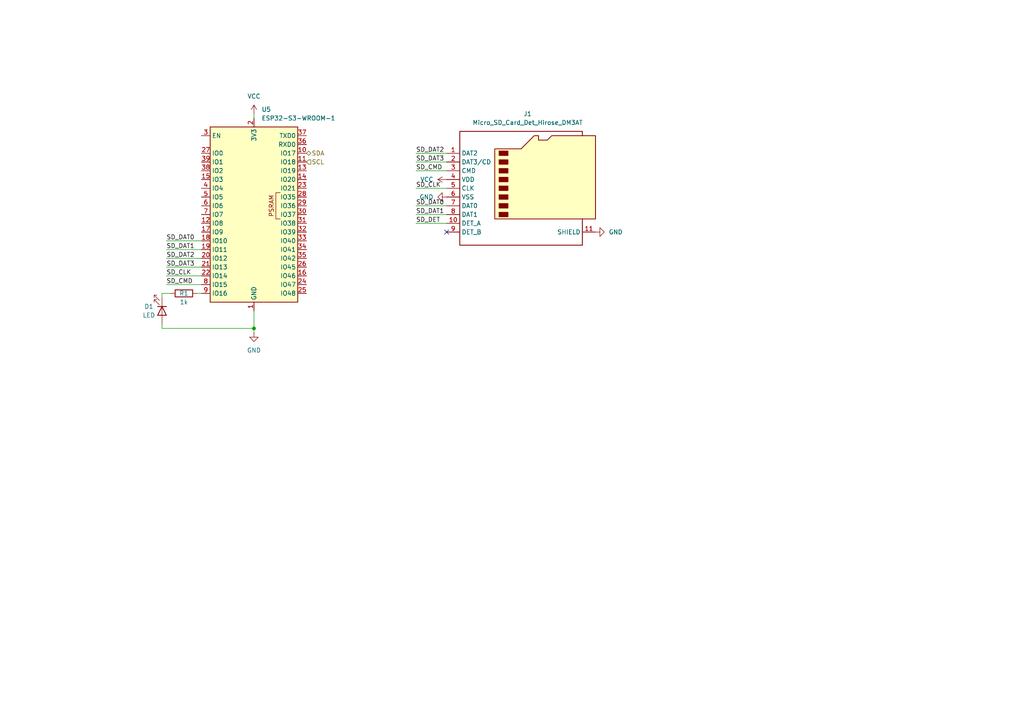
<source format=kicad_sch>
(kicad_sch (version 20230121) (generator eeschema)
  (paper "A4")
  (lib_symbols
    (symbol "Connector:Micro_SD_Card_Det_Hirose_DM3AT"
      (property "Reference" "J" (at -16.51 17.78 0))
      (property "Value" "Micro_SD_Card_Det_Hirose_DM3AT" (at 16.51 17.78 0))
      (symbol "Micro_SD_Card_Det_Hirose_DM3AT_0_1"
        (rectangle (start -7.62 -6.985) (end -5.08 -8.255) (stroke (width 0.254)) (fill (type outline)))
        (rectangle (start -7.62 -4.445) (end -5.08 -5.715) (stroke (width 0.254)) (fill (type outline)))
        (rectangle (start -7.62 -1.905) (end -5.08 -3.175) (stroke (width 0.254)) (fill (type outline)))
        (rectangle (start -7.62 0.635) (end -5.08 -0.635) (stroke (width 0.254)) (fill (type outline)))
        (rectangle (start -7.62 3.175) (end -5.08 1.905) (stroke (width 0.254)) (fill (type outline)))
        (rectangle (start -7.62 5.715) (end -5.08 4.445) (stroke (width 0.254)) (fill (type outline)))
        (rectangle (start -7.62 8.255) (end -5.08 6.985) (stroke (width 0.254)) (fill (type outline)))
        (rectangle (start -7.62 10.795) (end -5.08 9.525) (stroke (width 0.254)) (fill (type outline)))
        (polyline (pts (xy 16.51 15.24) (xy 16.51 16.51) (xy -19.05 16.51) (xy -19.05 -16.51) (xy 16.51 -16.51) (xy 16.51 -8.89)) (stroke (width 0.254)))
        (polyline (pts (xy -8.89 -8.89) (xy -8.89 11.43) (xy -1.27 11.43) (xy 2.54 15.24) (xy 3.81 15.24) (xy 3.81 13.97) (xy 6.35 13.97) (xy 7.62 15.24) (xy 20.32 15.24) (xy 20.32 -8.89) (xy -8.89 -8.89)) (stroke (width 0.254)) (fill (type background)))
      )
      (symbol "Micro_SD_Card_Det_Hirose_DM3AT_1_1"
        (pin bidirectional line (at -22.86 10.16 0) (length 3.81) (name "DAT2") (number "1"))
        (pin passive line (at -22.86 -10.16 0) (length 3.81) (name "DET_A") (number "10"))
        (pin passive line (at 20.32 -12.7 180) (length 3.81) (name "SHIELD") (number "11"))
        (pin bidirectional line (at -22.86 7.62 0) (length 3.81) (name "DAT3/CD") (number "2"))
        (pin input line (at -22.86 5.08 0) (length 3.81) (name "CMD") (number "3"))
        (pin power_in line (at -22.86 2.54 0) (length 3.81) (name "VDD") (number "4"))
        (pin input line (at -22.86 0 0) (length 3.81) (name "CLK") (number "5"))
        (pin power_in line (at -22.86 -2.54 0) (length 3.81) (name "VSS") (number "6"))
        (pin bidirectional line (at -22.86 -5.08 0) (length 3.81) (name "DAT0") (number "7"))
        (pin bidirectional line (at -22.86 -7.62 0) (length 3.81) (name "DAT1") (number "8"))
        (pin passive line (at -22.86 -12.7 0) (length 3.81) (name "DET_B") (number "9"))
      )
    )
    (symbol "Device:LED" (pin_numbers hide) (pin_names (offset 1.016) hide)
      (property "Reference" "D" (at 0 2.54 0))
      (property "Value" "LED" (at 0 -2.54 0))
      (symbol "LED_0_1"
        (polyline (pts (xy -1.27 -1.27) (xy -1.27 1.27)) (stroke (width 0.254)))
        (polyline (pts (xy -1.27 0) (xy 1.27 0)))
        (polyline (pts (xy 1.27 -1.27) (xy 1.27 1.27) (xy -1.27 0) (xy 1.27 -1.27)) (stroke (width 0.254)))
        (polyline (pts (xy -3.048 -0.762) (xy -4.572 -2.286) (xy -3.81 -2.286) (xy -4.572 -2.286) (xy -4.572 -1.524)))
        (polyline (pts (xy -1.778 -0.762) (xy -3.302 -2.286) (xy -2.54 -2.286) (xy -3.302 -2.286) (xy -3.302 -1.524)))
      )
      (symbol "LED_1_1"
        (pin passive line (at -3.81 0 0) (length 2.54) (name "K") (number "1"))
        (pin passive line (at 3.81 0 180) (length 2.54) (name "A") (number "2"))
      )
    )
    (symbol "Device:R" (pin_numbers hide) (pin_names (offset 0))
      (property "Reference" "R" (at 2.032 0 90))
      (property "Value" "R" (at 0 0 90))
      (symbol "R_0_1"
        (rectangle (start -1.016 -2.54) (end 1.016 2.54) (stroke (width 0.254)))
      )
      (symbol "R_1_1"
        (pin passive line (at 0 3.81 270) (length 1.27) (name "~") (number "1"))
        (pin passive line (at 0 -3.81 90) (length 1.27) (name "~") (number "2"))
      )
    )
    (symbol "RF_Module:ESP32-S3-WROOM-1"
      (property "Reference" "U" (at -12.7 26.67 0))
      (property "Value" "ESP32-S3-WROOM-1" (at 12.7 26.67 0))
      (symbol "ESP32-S3-WROOM-1_0_0"
        (rectangle (start -12.7 25.4) (end 12.7 -25.4) (stroke (width 0.254)) (fill (type background)))
        (text "PSRAM" (at 5.08 2.54 900) (effects (font (size 1.27 1.27))))
      )
      (symbol "ESP32-S3-WROOM-1_0_1"
        (polyline (pts (xy 7.62 -1.27) (xy 6.35 -1.27) (xy 6.35 6.35) (xy 7.62 6.35)))
      )
      (symbol "ESP32-S3-WROOM-1_1_1"
        (pin power_in line (at 0 -27.94 90) (length 2.54) (name "GND") (number "1"))
        (pin bidirectional line (at 15.24 17.78 180) (length 2.54) (name "IO17") (number "10"))
        (pin bidirectional line (at 15.24 15.24 180) (length 2.54) (name "IO18") (number "11"))
        (pin bidirectional line (at -15.24 -2.54 0) (length 2.54) (name "IO8") (number "12"))
        (pin bidirectional line (at 15.24 12.7 180) (length 2.54) (name "IO19") (number "13"))
        (pin bidirectional line (at 15.24 10.16 180) (length 2.54) (name "IO20") (number "14"))
        (pin bidirectional line (at -15.24 10.16 0) (length 2.54) (name "IO3") (number "15"))
        (pin bidirectional line (at 15.24 -17.78 180) (length 2.54) (name "IO46") (number "16"))
        (pin bidirectional line (at -15.24 -5.08 0) (length 2.54) (name "IO9") (number "17"))
        (pin bidirectional line (at -15.24 -7.62 0) (length 2.54) (name "IO10") (number "18"))
        (pin bidirectional line (at -15.24 -10.16 0) (length 2.54) (name "IO11") (number "19"))
        (pin power_in line (at 0 27.94 270) (length 2.54) (name "3V3") (number "2"))
        (pin bidirectional line (at -15.24 -12.7 0) (length 2.54) (name "IO12") (number "20"))
        (pin bidirectional line (at -15.24 -15.24 0) (length 2.54) (name "IO13") (number "21"))
        (pin bidirectional line (at -15.24 -17.78 0) (length 2.54) (name "IO14") (number "22"))
        (pin bidirectional line (at 15.24 7.62 180) (length 2.54) (name "IO21") (number "23"))
        (pin bidirectional line (at 15.24 -20.32 180) (length 2.54) (name "IO47") (number "24"))
        (pin bidirectional line (at 15.24 -22.86 180) (length 2.54) (name "IO48") (number "25"))
        (pin bidirectional line (at 15.24 -15.24 180) (length 2.54) (name "IO45") (number "26"))
        (pin bidirectional line (at -15.24 17.78 0) (length 2.54) (name "IO0") (number "27"))
        (pin bidirectional line (at 15.24 5.08 180) (length 2.54) (name "IO35") (number "28"))
        (pin bidirectional line (at 15.24 2.54 180) (length 2.54) (name "IO36") (number "29"))
        (pin input line (at -15.24 22.86 0) (length 2.54) (name "EN") (number "3"))
        (pin bidirectional line (at 15.24 0 180) (length 2.54) (name "IO37") (number "30"))
        (pin bidirectional line (at 15.24 -2.54 180) (length 2.54) (name "IO38") (number "31"))
        (pin bidirectional line (at 15.24 -5.08 180) (length 2.54) (name "IO39") (number "32"))
        (pin bidirectional line (at 15.24 -7.62 180) (length 2.54) (name "IO40") (number "33"))
        (pin bidirectional line (at 15.24 -10.16 180) (length 2.54) (name "IO41") (number "34"))
        (pin bidirectional line (at 15.24 -12.7 180) (length 2.54) (name "IO42") (number "35"))
        (pin bidirectional line (at 15.24 20.32 180) (length 2.54) (name "RXD0") (number "36"))
        (pin bidirectional line (at 15.24 22.86 180) (length 2.54) (name "TXD0") (number "37"))
        (pin bidirectional line (at -15.24 12.7 0) (length 2.54) (name "IO2") (number "38"))
        (pin bidirectional line (at -15.24 15.24 0) (length 2.54) (name "IO1") (number "39"))
        (pin bidirectional line (at -15.24 7.62 0) (length 2.54) (name "IO4") (number "4"))
        (pin passive line (at 0 -27.94 90) (length 2.54) hide (name "GND") (number "40"))
        (pin passive line (at 0 -27.94 90) (length 2.54) hide (name "GND") (number "41"))
        (pin bidirectional line (at -15.24 5.08 0) (length 2.54) (name "IO5") (number "5"))
        (pin bidirectional line (at -15.24 2.54 0) (length 2.54) (name "IO6") (number "6"))
        (pin bidirectional line (at -15.24 0 0) (length 2.54) (name "IO7") (number "7"))
        (pin bidirectional line (at -15.24 -20.32 0) (length 2.54) (name "IO15") (number "8"))
        (pin bidirectional line (at -15.24 -22.86 0) (length 2.54) (name "IO16") (number "9"))
      )
    )
    (symbol "power:GND" (power) (pin_names (offset 0))
      (property "Value" "GND" (at 0 -3.81 0))
      (symbol "GND_0_1"
        (polyline (pts (xy 0 0) (xy 0 -1.27) (xy 1.27 -1.27) (xy 0 -2.54) (xy -1.27 -1.27) (xy 0 -1.27)))
      )
      (symbol "GND_1_1"
        (pin power_in line (at 0 0 270) (length 0) hide (name "GND") (number "1"))
      )
    )
    (symbol "power:VCC" (power) (pin_names (offset 0))
      (property "Value" "VCC" (at 0 3.81 0))
      (symbol "VCC_0_1"
        (polyline (pts (xy -0.762 1.27) (xy 0 2.54)))
        (polyline (pts (xy 0 0) (xy 0 2.54)))
        (polyline (pts (xy 0 2.54) (xy 0.762 1.27)))
      )
      (symbol "VCC_1_1"
        (pin power_in line (at 0 0 90) (length 0) hide (name "VCC") (number "1"))
      )
    )
  )
  (junction (at 73.66 95.25))
  (no_connect (at 129.54 67.31))
  (wire (pts (xy 73.66 33.02) (xy 73.66 34.29)))
  (wire (pts (xy 73.66 90.17) (xy 73.66 95.25)))
  (wire (pts (xy 120.65 44.45) (xy 129.54 44.45)))
  (wire (pts (xy 120.65 59.69) (xy 129.54 59.69)))
  (wire (pts (xy 48.26 74.93) (xy 58.42 74.93)))
  (wire (pts (xy 48.26 72.39) (xy 58.42 72.39)))
  (wire (pts (xy 120.65 46.99) (xy 129.54 46.99)))
  (wire (pts (xy 48.26 77.47) (xy 58.42 77.47)))
  (wire (pts (xy 120.65 62.23) (xy 129.54 62.23)))
  (wire (pts (xy 57.15 85.09) (xy 58.42 85.09)))
  (wire (pts (xy 46.99 85.09) (xy 49.53 85.09)))
  (wire (pts (xy 48.26 69.85) (xy 58.42 69.85)))
  (wire (pts (xy 46.99 95.25) (xy 73.66 95.25)))
  (wire (pts (xy 48.26 80.01) (xy 58.42 80.01)))
  (wire (pts (xy 73.66 95.25) (xy 73.66 96.52)))
  (wire (pts (xy 48.26 82.55) (xy 58.42 82.55)))
  (wire (pts (xy 120.65 54.61) (xy 129.54 54.61)))
  (wire (pts (xy 120.65 64.77) (xy 129.54 64.77)))
  (wire (pts (xy 46.99 86.36) (xy 46.99 85.09)))
  (wire (pts (xy 120.65 49.53) (xy 129.54 49.53)))
  (wire (pts (xy 46.99 93.98) (xy 46.99 95.25)))
  (label "SD_DAT1" (at 48.26 72.39 0))
  (label "SD_DAT0" (at 48.26 69.85 0))
  (label "SD_DAT2" (at 120.65 44.45 0))
  (label "SD_CLK" (at 120.65 54.61 0))
  (label "SD_CMD" (at 48.26 82.55 0))
  (label "SD_DAT1" (at 120.65 62.23 0))
  (label "SD_CLK" (at 48.26 80.01 0))
  (label "SD_CMD" (at 120.65 49.53 0))
  (label "SD_DAT0" (at 120.65 59.69 0))
  (label "SD_DAT3" (at 120.65 46.99 0))
  (label "SD_DET" (at 120.65 64.77 0))
  (label "SD_DAT2" (at 48.26 74.93 0))
  (label "SD_DAT3" (at 48.26 77.47 0))
  (hierarchical_label "SCL" (shape input) (at 88.9 46.99 0))
  (hierarchical_label "SDA" (shape bidirectional) (at 88.9 44.45 0))
  (symbol (lib_id "power:GND") (at 73.66 96.52 0) (unit 1)
    (property "Reference" "#PWR02" (effects hide))
    (property "Value" "GND" (at 73.66 101.6 0))
  )
  (symbol (lib_id "power:GND") (at 172.72 67.31 90) (unit 1)
    (property "Reference" "#PWR05" (effects hide))
    (property "Value" "GND" (at 176.53 67.31 90) (effects (justify right)))
  )
  (symbol (lib_id "power:VCC") (at 129.54 52.07 90) (unit 1)
    (property "Reference" "#PWR03" (effects hide))
    (property "Value" "VCC" (at 125.73 52.07 90) (effects (justify left)))
  )
  (symbol (lib_id "Connector:Micro_SD_Card_Det_Hirose_DM3AT") (at 152.4 54.61 0) (unit 1)
    (property "Reference" "J1" (at 153.035 33.02 0))
    (property "Value" "Micro_SD_Card_Det_Hirose_DM3AT" (at 153.035 35.56 0))
    (property "Footprint" "Connector_Card:microSD_HC_Molex_104031-0811" (effects hide))
    (property "Datasheet" "https://www.hirose.com/product/en/download_file/key_name/DM3/category/Catalog/doc_file_id/49662/?file_category_id=4&item_id=195&is_series=1" (effects hide))
  )
  (symbol (lib_id "power:GND") (at 129.54 57.15 270) (unit 1)
    (property "Reference" "#PWR04" (effects hide))
    (property "Value" "GND" (at 125.73 57.15 90) (effects (justify right)))
  )
  (symbol (lib_id "Device:R") (at 53.34 85.09 90) (unit 1)
    (property "Reference" "R1" (at 53.34 85.09 90))
    (property "Value" "1k" (at 53.34 87.63 90))
    (property "Footprint" "Resistor_SMD:R_0201_0603Metric" (effects hide))
  )
  (symbol (lib_id "power:VCC") (at 73.66 33.02 0) (unit 1)
    (property "Reference" "#PWR01" (effects hide))
    (property "Value" "VCC" (at 73.66 27.94 0))
  )
  (symbol (lib_id "Device:LED") (at 46.99 90.17 270) (unit 1)
    (property "Reference" "D1" (at 43.18 88.9 90))
    (property "Value" "LED" (at 43.18 91.44 90))
    (property "Footprint" "LED_SMD:LED_0603_1608Metric" (effects hide))
  )
  (symbol (lib_id "RF_Module:ESP32-S3-WROOM-1") (at 73.66 62.23 0) (unit 1)
    (property "Reference" "U5" (at 75.8541 31.75 0) (effects (justify left)))
    (property "Value" "ESP32-S3-WROOM-1" (at 75.8541 34.29 0) (effects (justify left)))
    (property "Footprint" "RF_Module:ESP32-S3-WROOM-1" (effects hide))
    (property "Datasheet" "https://www.espressif.com/sites/default/files/documentation/esp32-s3-wroom-1_wroom-1u_datasheet_en.pdf" (effects hide))
  )
)
</source>
